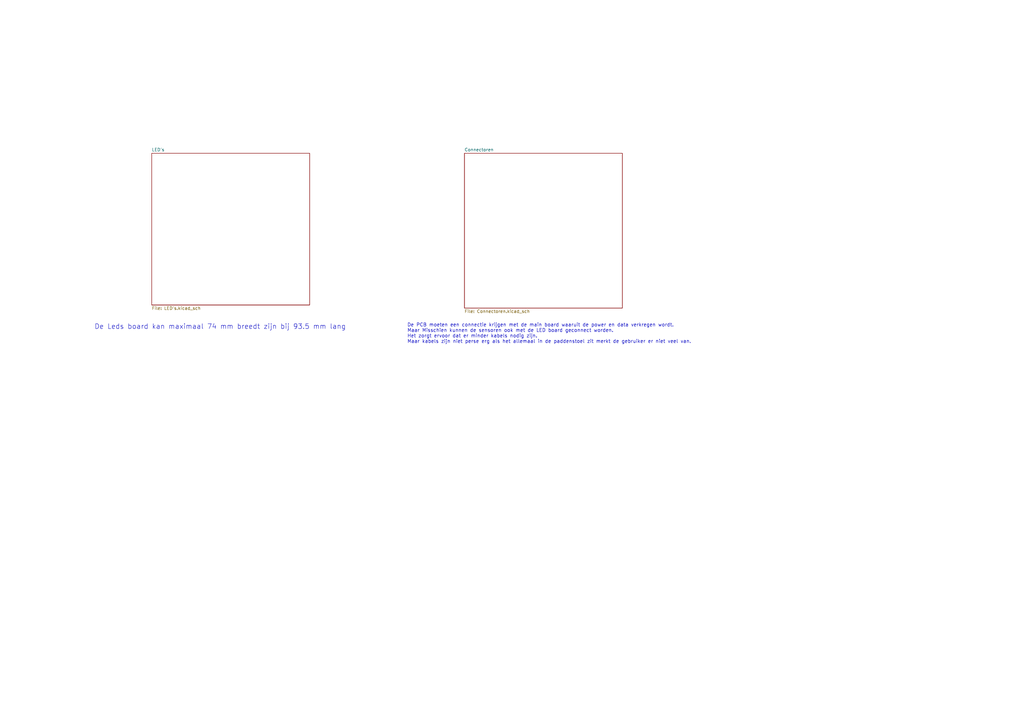
<source format=kicad_sch>
(kicad_sch (version 20230121) (generator eeschema)
  (paper "A3")
  (lib_symbols)
  (text "De Leds board kan maximaal 74 mm breedt zijn bij 93.5 mm lang " (at 38.735 135.255 0) (effects (font (size 2 2)) (justify left bottom)))
  (text "De PCB moeten een connectie krijgen met de main board waaruit de power en data verkregen wordt.\nMaar Misschien kunnen de sensoren ook met de LED board geconnect worden. \nHet zorgt ervoor dat er minder kabels nodig zijn. \nMaar kabels zijn niet perse erg als het allemaal in de paddenstoel zit merkt de gebruiker er niet veel van.\n" (at 167.005 140.97 0) (effects (font (size 1.4 1.4)) (justify left bottom)))
  (sheet (at 190.5 62.865) (size 64.77 63.5) (stroke (width 0.1524))
    (property "Sheetname" "Connectoren" (at 190.5 62.1534 0) (effects (justify left bottom)))
    (property "Sheetfile" "Connectoren.kicad_sch" (at 190.5 126.9496 0) (effects (justify left top)))
  )
  (sheet (at 62.23 62.865) (size 64.77 62.23) (stroke (width 0.1524))
    (property "Sheetname" "LED's" (at 62.23 62.1534 0) (effects (justify left bottom)))
    (property "Sheetfile" "LED's.kicad_sch" (at 62.23 125.6796 0) (effects (justify left top)))
  )
)
</source>
